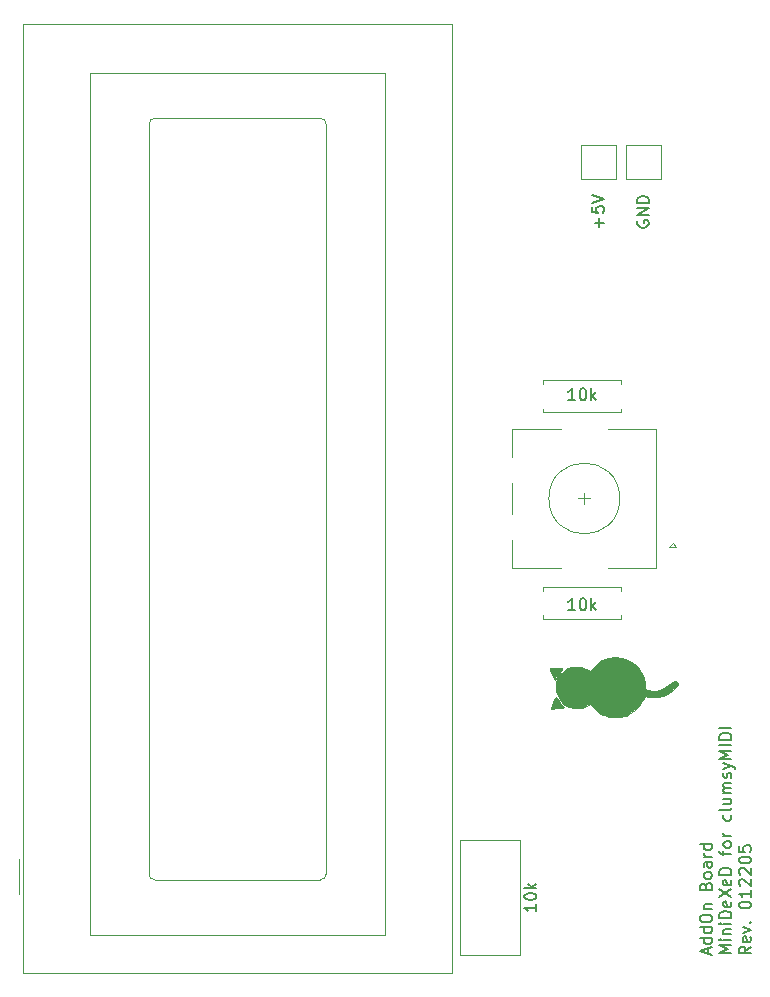
<source format=gto>
G04 #@! TF.GenerationSoftware,KiCad,Pcbnew,(5.1.10)-1*
G04 #@! TF.CreationDate,2022-06-06T19:05:23+02:00*
G04 #@! TF.ProjectId,Minidexed AddOn,4d696e69-6465-4786-9564-204164644f6e,rev?*
G04 #@! TF.SameCoordinates,Original*
G04 #@! TF.FileFunction,Legend,Top*
G04 #@! TF.FilePolarity,Positive*
%FSLAX46Y46*%
G04 Gerber Fmt 4.6, Leading zero omitted, Abs format (unit mm)*
G04 Created by KiCad (PCBNEW (5.1.10)-1) date 2022-06-06 19:05:23*
%MOMM*%
%LPD*%
G01*
G04 APERTURE LIST*
%ADD10C,0.200000*%
%ADD11C,0.150000*%
%ADD12C,0.010000*%
%ADD13C,0.120000*%
G04 APERTURE END LIST*
D10*
X63635000Y124285D02*
X63587380Y29047D01*
X63587380Y-113809D01*
X63635000Y-256666D01*
X63730238Y-351904D01*
X63825476Y-399523D01*
X64015952Y-447142D01*
X64158809Y-447142D01*
X64349285Y-399523D01*
X64444523Y-351904D01*
X64539761Y-256666D01*
X64587380Y-113809D01*
X64587380Y-18571D01*
X64539761Y124285D01*
X64492142Y171904D01*
X64158809Y171904D01*
X64158809Y-18571D01*
X64587380Y600476D02*
X63587380Y600476D01*
X64587380Y1171904D01*
X63587380Y1171904D01*
X64587380Y1648095D02*
X63587380Y1648095D01*
X63587380Y1886190D01*
X63635000Y2029047D01*
X63730238Y2124285D01*
X63825476Y2171904D01*
X64015952Y2219523D01*
X64158809Y2219523D01*
X64349285Y2171904D01*
X64444523Y2124285D01*
X64539761Y2029047D01*
X64587380Y1886190D01*
X64587380Y1648095D01*
X60396428Y-399523D02*
X60396428Y362380D01*
X60777380Y-18571D02*
X60015476Y-18571D01*
X59777380Y1314761D02*
X59777380Y838571D01*
X60253571Y790952D01*
X60205952Y838571D01*
X60158333Y933809D01*
X60158333Y1171904D01*
X60205952Y1267142D01*
X60253571Y1314761D01*
X60348809Y1362380D01*
X60586904Y1362380D01*
X60682142Y1314761D01*
X60729761Y1267142D01*
X60777380Y1171904D01*
X60777380Y933809D01*
X60729761Y838571D01*
X60682142Y790952D01*
X59777380Y1648095D02*
X60777380Y1981428D01*
X59777380Y2314761D01*
D11*
X69636666Y-61942023D02*
X69636666Y-61465833D01*
X69922380Y-62037261D02*
X68922380Y-61703928D01*
X69922380Y-61370595D01*
X69922380Y-60608690D02*
X68922380Y-60608690D01*
X69874761Y-60608690D02*
X69922380Y-60703928D01*
X69922380Y-60894404D01*
X69874761Y-60989642D01*
X69827142Y-61037261D01*
X69731904Y-61084880D01*
X69446190Y-61084880D01*
X69350952Y-61037261D01*
X69303333Y-60989642D01*
X69255714Y-60894404D01*
X69255714Y-60703928D01*
X69303333Y-60608690D01*
X69922380Y-59703928D02*
X68922380Y-59703928D01*
X69874761Y-59703928D02*
X69922380Y-59799166D01*
X69922380Y-59989642D01*
X69874761Y-60084880D01*
X69827142Y-60132500D01*
X69731904Y-60180119D01*
X69446190Y-60180119D01*
X69350952Y-60132500D01*
X69303333Y-60084880D01*
X69255714Y-59989642D01*
X69255714Y-59799166D01*
X69303333Y-59703928D01*
X68922380Y-59037261D02*
X68922380Y-58846785D01*
X68970000Y-58751547D01*
X69065238Y-58656309D01*
X69255714Y-58608690D01*
X69589047Y-58608690D01*
X69779523Y-58656309D01*
X69874761Y-58751547D01*
X69922380Y-58846785D01*
X69922380Y-59037261D01*
X69874761Y-59132500D01*
X69779523Y-59227738D01*
X69589047Y-59275357D01*
X69255714Y-59275357D01*
X69065238Y-59227738D01*
X68970000Y-59132500D01*
X68922380Y-59037261D01*
X69255714Y-58180119D02*
X69922380Y-58180119D01*
X69350952Y-58180119D02*
X69303333Y-58132500D01*
X69255714Y-58037261D01*
X69255714Y-57894404D01*
X69303333Y-57799166D01*
X69398571Y-57751547D01*
X69922380Y-57751547D01*
X69398571Y-56180119D02*
X69446190Y-56037261D01*
X69493809Y-55989642D01*
X69589047Y-55942023D01*
X69731904Y-55942023D01*
X69827142Y-55989642D01*
X69874761Y-56037261D01*
X69922380Y-56132500D01*
X69922380Y-56513452D01*
X68922380Y-56513452D01*
X68922380Y-56180119D01*
X68970000Y-56084880D01*
X69017619Y-56037261D01*
X69112857Y-55989642D01*
X69208095Y-55989642D01*
X69303333Y-56037261D01*
X69350952Y-56084880D01*
X69398571Y-56180119D01*
X69398571Y-56513452D01*
X69922380Y-55370595D02*
X69874761Y-55465833D01*
X69827142Y-55513452D01*
X69731904Y-55561071D01*
X69446190Y-55561071D01*
X69350952Y-55513452D01*
X69303333Y-55465833D01*
X69255714Y-55370595D01*
X69255714Y-55227738D01*
X69303333Y-55132500D01*
X69350952Y-55084880D01*
X69446190Y-55037261D01*
X69731904Y-55037261D01*
X69827142Y-55084880D01*
X69874761Y-55132500D01*
X69922380Y-55227738D01*
X69922380Y-55370595D01*
X69922380Y-54180119D02*
X69398571Y-54180119D01*
X69303333Y-54227738D01*
X69255714Y-54322976D01*
X69255714Y-54513452D01*
X69303333Y-54608690D01*
X69874761Y-54180119D02*
X69922380Y-54275357D01*
X69922380Y-54513452D01*
X69874761Y-54608690D01*
X69779523Y-54656309D01*
X69684285Y-54656309D01*
X69589047Y-54608690D01*
X69541428Y-54513452D01*
X69541428Y-54275357D01*
X69493809Y-54180119D01*
X69922380Y-53703928D02*
X69255714Y-53703928D01*
X69446190Y-53703928D02*
X69350952Y-53656309D01*
X69303333Y-53608690D01*
X69255714Y-53513452D01*
X69255714Y-53418214D01*
X69922380Y-52656309D02*
X68922380Y-52656309D01*
X69874761Y-52656309D02*
X69922380Y-52751547D01*
X69922380Y-52942023D01*
X69874761Y-53037261D01*
X69827142Y-53084880D01*
X69731904Y-53132500D01*
X69446190Y-53132500D01*
X69350952Y-53084880D01*
X69303333Y-53037261D01*
X69255714Y-52942023D01*
X69255714Y-52751547D01*
X69303333Y-52656309D01*
X71572380Y-61894404D02*
X70572380Y-61894404D01*
X71286666Y-61561071D01*
X70572380Y-61227738D01*
X71572380Y-61227738D01*
X71572380Y-60751547D02*
X70905714Y-60751547D01*
X70572380Y-60751547D02*
X70620000Y-60799166D01*
X70667619Y-60751547D01*
X70620000Y-60703928D01*
X70572380Y-60751547D01*
X70667619Y-60751547D01*
X70905714Y-60275357D02*
X71572380Y-60275357D01*
X71000952Y-60275357D02*
X70953333Y-60227738D01*
X70905714Y-60132500D01*
X70905714Y-59989642D01*
X70953333Y-59894404D01*
X71048571Y-59846785D01*
X71572380Y-59846785D01*
X71572380Y-59370595D02*
X70905714Y-59370595D01*
X70572380Y-59370595D02*
X70620000Y-59418214D01*
X70667619Y-59370595D01*
X70620000Y-59322976D01*
X70572380Y-59370595D01*
X70667619Y-59370595D01*
X71572380Y-58894404D02*
X70572380Y-58894404D01*
X70572380Y-58656309D01*
X70620000Y-58513452D01*
X70715238Y-58418214D01*
X70810476Y-58370595D01*
X71000952Y-58322976D01*
X71143809Y-58322976D01*
X71334285Y-58370595D01*
X71429523Y-58418214D01*
X71524761Y-58513452D01*
X71572380Y-58656309D01*
X71572380Y-58894404D01*
X71524761Y-57513452D02*
X71572380Y-57608690D01*
X71572380Y-57799166D01*
X71524761Y-57894404D01*
X71429523Y-57942023D01*
X71048571Y-57942023D01*
X70953333Y-57894404D01*
X70905714Y-57799166D01*
X70905714Y-57608690D01*
X70953333Y-57513452D01*
X71048571Y-57465833D01*
X71143809Y-57465833D01*
X71239047Y-57942023D01*
X70572380Y-57132500D02*
X71572380Y-56465833D01*
X70572380Y-56465833D02*
X71572380Y-57132500D01*
X71524761Y-55703928D02*
X71572380Y-55799166D01*
X71572380Y-55989642D01*
X71524761Y-56084880D01*
X71429523Y-56132500D01*
X71048571Y-56132500D01*
X70953333Y-56084880D01*
X70905714Y-55989642D01*
X70905714Y-55799166D01*
X70953333Y-55703928D01*
X71048571Y-55656309D01*
X71143809Y-55656309D01*
X71239047Y-56132500D01*
X71572380Y-55227738D02*
X70572380Y-55227738D01*
X70572380Y-54989642D01*
X70620000Y-54846785D01*
X70715238Y-54751547D01*
X70810476Y-54703928D01*
X71000952Y-54656309D01*
X71143809Y-54656309D01*
X71334285Y-54703928D01*
X71429523Y-54751547D01*
X71524761Y-54846785D01*
X71572380Y-54989642D01*
X71572380Y-55227738D01*
X70905714Y-53608690D02*
X70905714Y-53227738D01*
X71572380Y-53465833D02*
X70715238Y-53465833D01*
X70620000Y-53418214D01*
X70572380Y-53322976D01*
X70572380Y-53227738D01*
X71572380Y-52751547D02*
X71524761Y-52846785D01*
X71477142Y-52894404D01*
X71381904Y-52942023D01*
X71096190Y-52942023D01*
X71000952Y-52894404D01*
X70953333Y-52846785D01*
X70905714Y-52751547D01*
X70905714Y-52608690D01*
X70953333Y-52513452D01*
X71000952Y-52465833D01*
X71096190Y-52418214D01*
X71381904Y-52418214D01*
X71477142Y-52465833D01*
X71524761Y-52513452D01*
X71572380Y-52608690D01*
X71572380Y-52751547D01*
X71572380Y-51989642D02*
X70905714Y-51989642D01*
X71096190Y-51989642D02*
X71000952Y-51942023D01*
X70953333Y-51894404D01*
X70905714Y-51799166D01*
X70905714Y-51703928D01*
X71524761Y-50180119D02*
X71572380Y-50275357D01*
X71572380Y-50465833D01*
X71524761Y-50561071D01*
X71477142Y-50608690D01*
X71381904Y-50656309D01*
X71096190Y-50656309D01*
X71000952Y-50608690D01*
X70953333Y-50561071D01*
X70905714Y-50465833D01*
X70905714Y-50275357D01*
X70953333Y-50180119D01*
X71572380Y-49608690D02*
X71524761Y-49703928D01*
X71429523Y-49751547D01*
X70572380Y-49751547D01*
X70905714Y-48799166D02*
X71572380Y-48799166D01*
X70905714Y-49227738D02*
X71429523Y-49227738D01*
X71524761Y-49180119D01*
X71572380Y-49084880D01*
X71572380Y-48942023D01*
X71524761Y-48846785D01*
X71477142Y-48799166D01*
X71572380Y-48322976D02*
X70905714Y-48322976D01*
X71000952Y-48322976D02*
X70953333Y-48275357D01*
X70905714Y-48180119D01*
X70905714Y-48037261D01*
X70953333Y-47942023D01*
X71048571Y-47894404D01*
X71572380Y-47894404D01*
X71048571Y-47894404D02*
X70953333Y-47846785D01*
X70905714Y-47751547D01*
X70905714Y-47608690D01*
X70953333Y-47513452D01*
X71048571Y-47465833D01*
X71572380Y-47465833D01*
X71524761Y-47037261D02*
X71572380Y-46942023D01*
X71572380Y-46751547D01*
X71524761Y-46656309D01*
X71429523Y-46608690D01*
X71381904Y-46608690D01*
X71286666Y-46656309D01*
X71239047Y-46751547D01*
X71239047Y-46894404D01*
X71191428Y-46989642D01*
X71096190Y-47037261D01*
X71048571Y-47037261D01*
X70953333Y-46989642D01*
X70905714Y-46894404D01*
X70905714Y-46751547D01*
X70953333Y-46656309D01*
X70905714Y-46275357D02*
X71572380Y-46037261D01*
X70905714Y-45799166D02*
X71572380Y-46037261D01*
X71810476Y-46132500D01*
X71858095Y-46180119D01*
X71905714Y-46275357D01*
X71572380Y-45418214D02*
X70572380Y-45418214D01*
X71286666Y-45084880D01*
X70572380Y-44751547D01*
X71572380Y-44751547D01*
X71572380Y-44275357D02*
X70572380Y-44275357D01*
X71572380Y-43799166D02*
X70572380Y-43799166D01*
X70572380Y-43561071D01*
X70620000Y-43418214D01*
X70715238Y-43322976D01*
X70810476Y-43275357D01*
X71000952Y-43227738D01*
X71143809Y-43227738D01*
X71334285Y-43275357D01*
X71429523Y-43322976D01*
X71524761Y-43418214D01*
X71572380Y-43561071D01*
X71572380Y-43799166D01*
X71572380Y-42799166D02*
X70572380Y-42799166D01*
X73222380Y-61322976D02*
X72746190Y-61656309D01*
X73222380Y-61894404D02*
X72222380Y-61894404D01*
X72222380Y-61513452D01*
X72270000Y-61418214D01*
X72317619Y-61370595D01*
X72412857Y-61322976D01*
X72555714Y-61322976D01*
X72650952Y-61370595D01*
X72698571Y-61418214D01*
X72746190Y-61513452D01*
X72746190Y-61894404D01*
X73174761Y-60513452D02*
X73222380Y-60608690D01*
X73222380Y-60799166D01*
X73174761Y-60894404D01*
X73079523Y-60942023D01*
X72698571Y-60942023D01*
X72603333Y-60894404D01*
X72555714Y-60799166D01*
X72555714Y-60608690D01*
X72603333Y-60513452D01*
X72698571Y-60465833D01*
X72793809Y-60465833D01*
X72889047Y-60942023D01*
X72555714Y-60132500D02*
X73222380Y-59894404D01*
X72555714Y-59656309D01*
X73127142Y-59275357D02*
X73174761Y-59227738D01*
X73222380Y-59275357D01*
X73174761Y-59322976D01*
X73127142Y-59275357D01*
X73222380Y-59275357D01*
X72222380Y-57846785D02*
X72222380Y-57751547D01*
X72270000Y-57656309D01*
X72317619Y-57608690D01*
X72412857Y-57561071D01*
X72603333Y-57513452D01*
X72841428Y-57513452D01*
X73031904Y-57561071D01*
X73127142Y-57608690D01*
X73174761Y-57656309D01*
X73222380Y-57751547D01*
X73222380Y-57846785D01*
X73174761Y-57942023D01*
X73127142Y-57989642D01*
X73031904Y-58037261D01*
X72841428Y-58084880D01*
X72603333Y-58084880D01*
X72412857Y-58037261D01*
X72317619Y-57989642D01*
X72270000Y-57942023D01*
X72222380Y-57846785D01*
X73222380Y-56561071D02*
X73222380Y-57132500D01*
X73222380Y-56846785D02*
X72222380Y-56846785D01*
X72365238Y-56942023D01*
X72460476Y-57037261D01*
X72508095Y-57132500D01*
X72317619Y-56180119D02*
X72270000Y-56132500D01*
X72222380Y-56037261D01*
X72222380Y-55799166D01*
X72270000Y-55703928D01*
X72317619Y-55656309D01*
X72412857Y-55608690D01*
X72508095Y-55608690D01*
X72650952Y-55656309D01*
X73222380Y-56227738D01*
X73222380Y-55608690D01*
X72317619Y-55227738D02*
X72270000Y-55180119D01*
X72222380Y-55084880D01*
X72222380Y-54846785D01*
X72270000Y-54751547D01*
X72317619Y-54703928D01*
X72412857Y-54656309D01*
X72508095Y-54656309D01*
X72650952Y-54703928D01*
X73222380Y-55275357D01*
X73222380Y-54656309D01*
X72222380Y-54037261D02*
X72222380Y-53942023D01*
X72270000Y-53846785D01*
X72317619Y-53799166D01*
X72412857Y-53751547D01*
X72603333Y-53703928D01*
X72841428Y-53703928D01*
X73031904Y-53751547D01*
X73127142Y-53799166D01*
X73174761Y-53846785D01*
X73222380Y-53942023D01*
X73222380Y-54037261D01*
X73174761Y-54132500D01*
X73127142Y-54180119D01*
X73031904Y-54227738D01*
X72841428Y-54275357D01*
X72603333Y-54275357D01*
X72412857Y-54227738D01*
X72317619Y-54180119D01*
X72270000Y-54132500D01*
X72222380Y-54037261D01*
X72222380Y-52799166D02*
X72222380Y-53275357D01*
X72698571Y-53322976D01*
X72650952Y-53275357D01*
X72603333Y-53180119D01*
X72603333Y-52942023D01*
X72650952Y-52846785D01*
X72698571Y-52799166D01*
X72793809Y-52751547D01*
X73031904Y-52751547D01*
X73127142Y-52799166D01*
X73174761Y-52846785D01*
X73222380Y-52942023D01*
X73222380Y-53180119D01*
X73174761Y-53275357D01*
X73127142Y-53322976D01*
D12*
G36*
X56765533Y-38913025D02*
G01*
X56914561Y-38525471D01*
X57177268Y-38178126D01*
X57210178Y-38144542D01*
X57487088Y-37905945D01*
X57770374Y-37755275D01*
X58106590Y-37672491D01*
X58368159Y-37646068D01*
X58643677Y-37635346D01*
X58845634Y-37653258D01*
X59032923Y-37710330D01*
X59229864Y-37800079D01*
X59608673Y-37985413D01*
X59832629Y-37715800D01*
X60203667Y-37366538D01*
X60660043Y-37092163D01*
X61167167Y-36908506D01*
X61690445Y-36831398D01*
X61768282Y-36830000D01*
X62296320Y-36890906D01*
X62794219Y-37063263D01*
X63245702Y-37331534D01*
X63634491Y-37680178D01*
X63944310Y-38093658D01*
X64158880Y-38556434D01*
X64261923Y-39052968D01*
X64268684Y-39216929D01*
X64278029Y-39404668D01*
X64327592Y-39510304D01*
X64449664Y-39585185D01*
X64519124Y-39615147D01*
X64887435Y-39698912D01*
X65297429Y-39668378D01*
X65730591Y-39528607D01*
X66168404Y-39284664D01*
X66419623Y-39095402D01*
X66640034Y-38926740D01*
X66796237Y-38849530D01*
X66913485Y-38855886D01*
X66995842Y-38915474D01*
X67069092Y-39045928D01*
X67035022Y-39196483D01*
X66888000Y-39381028D01*
X66758553Y-39500663D01*
X66272667Y-39850998D01*
X65765772Y-40083949D01*
X65253744Y-40192800D01*
X65104211Y-40200224D01*
X64832845Y-40195258D01*
X64585606Y-40177069D01*
X64428508Y-40152155D01*
X64313381Y-40129598D01*
X64233134Y-40150562D01*
X64159707Y-40238650D01*
X64065041Y-40417465D01*
X64031221Y-40486366D01*
X63754047Y-40919326D01*
X63379867Y-41308428D01*
X62945126Y-41617699D01*
X62815895Y-41685877D01*
X62619189Y-41774608D01*
X62443821Y-41830164D01*
X62247432Y-41860089D01*
X61987661Y-41871923D01*
X61762105Y-41873487D01*
X61438856Y-41869561D01*
X61206295Y-41852584D01*
X61021526Y-41814758D01*
X60841658Y-41748284D01*
X60692632Y-41679046D01*
X60414538Y-41513994D01*
X60122723Y-41293215D01*
X59939758Y-41125235D01*
X59587937Y-40765863D01*
X59405021Y-40894180D01*
X59015417Y-41087078D01*
X58568652Y-41163965D01*
X58321863Y-41157131D01*
X57848612Y-41052718D01*
X57441640Y-40839850D01*
X57113451Y-40532458D01*
X56876544Y-40144479D01*
X56743421Y-39689844D01*
X56718462Y-39370000D01*
X56765533Y-38913025D01*
G37*
X56765533Y-38913025D02*
X56914561Y-38525471D01*
X57177268Y-38178126D01*
X57210178Y-38144542D01*
X57487088Y-37905945D01*
X57770374Y-37755275D01*
X58106590Y-37672491D01*
X58368159Y-37646068D01*
X58643677Y-37635346D01*
X58845634Y-37653258D01*
X59032923Y-37710330D01*
X59229864Y-37800079D01*
X59608673Y-37985413D01*
X59832629Y-37715800D01*
X60203667Y-37366538D01*
X60660043Y-37092163D01*
X61167167Y-36908506D01*
X61690445Y-36831398D01*
X61768282Y-36830000D01*
X62296320Y-36890906D01*
X62794219Y-37063263D01*
X63245702Y-37331534D01*
X63634491Y-37680178D01*
X63944310Y-38093658D01*
X64158880Y-38556434D01*
X64261923Y-39052968D01*
X64268684Y-39216929D01*
X64278029Y-39404668D01*
X64327592Y-39510304D01*
X64449664Y-39585185D01*
X64519124Y-39615147D01*
X64887435Y-39698912D01*
X65297429Y-39668378D01*
X65730591Y-39528607D01*
X66168404Y-39284664D01*
X66419623Y-39095402D01*
X66640034Y-38926740D01*
X66796237Y-38849530D01*
X66913485Y-38855886D01*
X66995842Y-38915474D01*
X67069092Y-39045928D01*
X67035022Y-39196483D01*
X66888000Y-39381028D01*
X66758553Y-39500663D01*
X66272667Y-39850998D01*
X65765772Y-40083949D01*
X65253744Y-40192800D01*
X65104211Y-40200224D01*
X64832845Y-40195258D01*
X64585606Y-40177069D01*
X64428508Y-40152155D01*
X64313381Y-40129598D01*
X64233134Y-40150562D01*
X64159707Y-40238650D01*
X64065041Y-40417465D01*
X64031221Y-40486366D01*
X63754047Y-40919326D01*
X63379867Y-41308428D01*
X62945126Y-41617699D01*
X62815895Y-41685877D01*
X62619189Y-41774608D01*
X62443821Y-41830164D01*
X62247432Y-41860089D01*
X61987661Y-41871923D01*
X61762105Y-41873487D01*
X61438856Y-41869561D01*
X61206295Y-41852584D01*
X61021526Y-41814758D01*
X60841658Y-41748284D01*
X60692632Y-41679046D01*
X60414538Y-41513994D01*
X60122723Y-41293215D01*
X59939758Y-41125235D01*
X59587937Y-40765863D01*
X59405021Y-40894180D01*
X59015417Y-41087078D01*
X58568652Y-41163965D01*
X58321863Y-41157131D01*
X57848612Y-41052718D01*
X57441640Y-40839850D01*
X57113451Y-40532458D01*
X56876544Y-40144479D01*
X56743421Y-39689844D01*
X56718462Y-39370000D01*
X56765533Y-38913025D01*
G36*
X56355838Y-40932706D02*
G01*
X56440666Y-40700645D01*
X56459997Y-40653703D01*
X56561489Y-40428284D01*
X56649463Y-40263477D01*
X56708415Y-40187481D01*
X56717244Y-40185808D01*
X56775770Y-40243658D01*
X56886610Y-40377804D01*
X57025540Y-40556161D01*
X57168341Y-40746644D01*
X57290791Y-40917168D01*
X57368670Y-41035650D01*
X57383947Y-41068959D01*
X57322774Y-41087896D01*
X57161047Y-41112797D01*
X56931456Y-41138786D01*
X56887978Y-41142965D01*
X56638432Y-41162492D01*
X56439343Y-41170971D01*
X56329507Y-41166860D01*
X56323973Y-41165379D01*
X56314626Y-41096325D01*
X56355838Y-40932706D01*
G37*
X56355838Y-40932706D02*
X56440666Y-40700645D01*
X56459997Y-40653703D01*
X56561489Y-40428284D01*
X56649463Y-40263477D01*
X56708415Y-40187481D01*
X56717244Y-40185808D01*
X56775770Y-40243658D01*
X56886610Y-40377804D01*
X57025540Y-40556161D01*
X57168341Y-40746644D01*
X57290791Y-40917168D01*
X57368670Y-41035650D01*
X57383947Y-41068959D01*
X57322774Y-41087896D01*
X57161047Y-41112797D01*
X56931456Y-41138786D01*
X56887978Y-41142965D01*
X56638432Y-41162492D01*
X56439343Y-41170971D01*
X56329507Y-41166860D01*
X56323973Y-41165379D01*
X56314626Y-41096325D01*
X56355838Y-40932706D01*
G36*
X56286229Y-37711911D02*
G01*
X56407829Y-37696259D01*
X56611949Y-37698163D01*
X56717181Y-37698948D01*
X57006033Y-37705900D01*
X57176612Y-37728312D01*
X57243681Y-37768517D01*
X57245971Y-37782500D01*
X57208371Y-37873805D01*
X57112277Y-38042372D01*
X56976273Y-38256234D01*
X56933426Y-38320093D01*
X56625174Y-38774133D01*
X56464704Y-38386935D01*
X56336385Y-38082632D01*
X56258522Y-37883256D01*
X56239132Y-37766963D01*
X56286229Y-37711911D01*
G37*
X56286229Y-37711911D02*
X56407829Y-37696259D01*
X56611949Y-37698163D01*
X56717181Y-37698948D01*
X57006033Y-37705900D01*
X57176612Y-37728312D01*
X57243681Y-37768517D01*
X57245971Y-37782500D01*
X57208371Y-37873805D01*
X57112277Y-38042372D01*
X56976273Y-38256234D01*
X56933426Y-38320093D01*
X56625174Y-38774133D01*
X56464704Y-38386935D01*
X56336385Y-38082632D01*
X56258522Y-37883256D01*
X56239132Y-37766963D01*
X56286229Y-37711911D01*
D13*
X62685000Y6530000D02*
X65585000Y6530000D01*
X65585000Y6530000D02*
X65585000Y3630000D01*
X65585000Y3630000D02*
X62685000Y3630000D01*
X62685000Y3630000D02*
X62685000Y6530000D01*
X58875000Y6530000D02*
X61775000Y6530000D01*
X61775000Y6530000D02*
X61775000Y3630000D01*
X61775000Y3630000D02*
X58875000Y3630000D01*
X58875000Y3630000D02*
X58875000Y6530000D01*
X62130000Y-23380000D02*
G75*
G03*
X62130000Y-23380000I-3000000J0D01*
G01*
X57130000Y-29280000D02*
X53030000Y-29280000D01*
X53030000Y-17480000D02*
X57130000Y-17480000D01*
X61130000Y-17480000D02*
X65230000Y-17480000D01*
X61130000Y-29280000D02*
X65230000Y-29280000D01*
X65230000Y-29280000D02*
X65230000Y-17480000D01*
X66630000Y-27180000D02*
X66930000Y-27480000D01*
X66930000Y-27480000D02*
X66330000Y-27480000D01*
X66330000Y-27480000D02*
X66630000Y-27180000D01*
X53030000Y-29280000D02*
X53030000Y-26880000D01*
X53030000Y-24680000D02*
X53030000Y-22080000D01*
X53030000Y-19880000D02*
X53030000Y-17480000D01*
X59130000Y-23880000D02*
X59130000Y-22880000D01*
X59630000Y-23380000D02*
X58630000Y-23380000D01*
X62210000Y-33600000D02*
X62210000Y-33270000D01*
X55670000Y-33600000D02*
X62210000Y-33600000D01*
X55670000Y-33270000D02*
X55670000Y-33600000D01*
X62210000Y-30860000D02*
X62210000Y-31190000D01*
X55670000Y-30860000D02*
X62210000Y-30860000D01*
X55670000Y-31190000D02*
X55670000Y-30860000D01*
X62210000Y-16100000D02*
X62210000Y-15770000D01*
X55670000Y-16100000D02*
X62210000Y-16100000D01*
X55670000Y-15770000D02*
X55670000Y-16100000D01*
X62210000Y-13360000D02*
X62210000Y-13690000D01*
X55670000Y-13360000D02*
X62210000Y-13360000D01*
X55670000Y-13690000D02*
X55670000Y-13360000D01*
X53660000Y-62035000D02*
X48590000Y-62035000D01*
X53660000Y-52265000D02*
X48590000Y-52265000D01*
X48590000Y-52265000D02*
X48590000Y-62035000D01*
X53660000Y-52265000D02*
X53660000Y-62035000D01*
X42270000Y-60380000D02*
X17270000Y-60380000D01*
X42270000Y12620000D02*
X42270000Y-60380000D01*
X17270000Y12620000D02*
X42270000Y12620000D01*
X17270000Y-60380000D02*
X17270000Y12620000D01*
X22770000Y8820000D02*
X36770000Y8820000D01*
X37270000Y8320660D02*
X37270000Y-55180000D01*
X36769320Y-55679720D02*
X22770000Y-55679720D01*
X22270000Y-55180000D02*
X22270000Y8320000D01*
X11270000Y-56880000D02*
X11270000Y-53880000D01*
X11630000Y-63510000D02*
X11630000Y-62720000D01*
X11630000Y-63520000D02*
X47910000Y-63520000D01*
X11630000Y16760000D02*
X11630000Y-62720000D01*
X47910000Y16760000D02*
X11630000Y16760000D01*
X47910000Y-63520000D02*
X47910000Y16760000D01*
X22268460Y-55179340D02*
G75*
G03*
X22768840Y-55679720I500380J0D01*
G01*
X36769320Y-55679720D02*
G75*
G03*
X37269700Y-55179340I0J500380D01*
G01*
X37269700Y8320660D02*
G75*
G03*
X36769320Y8821040I-500380J0D01*
G01*
X22770000Y8820000D02*
G75*
G03*
X22270000Y8320000I0J-500000D01*
G01*
D11*
X58344761Y-32837380D02*
X57773333Y-32837380D01*
X58059047Y-32837380D02*
X58059047Y-31837380D01*
X57963809Y-31980238D01*
X57868571Y-32075476D01*
X57773333Y-32123095D01*
X58963809Y-31837380D02*
X59059047Y-31837380D01*
X59154285Y-31885000D01*
X59201904Y-31932619D01*
X59249523Y-32027857D01*
X59297142Y-32218333D01*
X59297142Y-32456428D01*
X59249523Y-32646904D01*
X59201904Y-32742142D01*
X59154285Y-32789761D01*
X59059047Y-32837380D01*
X58963809Y-32837380D01*
X58868571Y-32789761D01*
X58820952Y-32742142D01*
X58773333Y-32646904D01*
X58725714Y-32456428D01*
X58725714Y-32218333D01*
X58773333Y-32027857D01*
X58820952Y-31932619D01*
X58868571Y-31885000D01*
X58963809Y-31837380D01*
X59725714Y-32837380D02*
X59725714Y-31837380D01*
X59820952Y-32456428D02*
X60106666Y-32837380D01*
X60106666Y-32170714D02*
X59725714Y-32551666D01*
X58344761Y-15057380D02*
X57773333Y-15057380D01*
X58059047Y-15057380D02*
X58059047Y-14057380D01*
X57963809Y-14200238D01*
X57868571Y-14295476D01*
X57773333Y-14343095D01*
X58963809Y-14057380D02*
X59059047Y-14057380D01*
X59154285Y-14105000D01*
X59201904Y-14152619D01*
X59249523Y-14247857D01*
X59297142Y-14438333D01*
X59297142Y-14676428D01*
X59249523Y-14866904D01*
X59201904Y-14962142D01*
X59154285Y-15009761D01*
X59059047Y-15057380D01*
X58963809Y-15057380D01*
X58868571Y-15009761D01*
X58820952Y-14962142D01*
X58773333Y-14866904D01*
X58725714Y-14676428D01*
X58725714Y-14438333D01*
X58773333Y-14247857D01*
X58820952Y-14152619D01*
X58868571Y-14105000D01*
X58963809Y-14057380D01*
X59725714Y-15057380D02*
X59725714Y-14057380D01*
X59820952Y-14676428D02*
X60106666Y-15057380D01*
X60106666Y-14390714D02*
X59725714Y-14771666D01*
X55062380Y-57745238D02*
X55062380Y-58316666D01*
X55062380Y-58030952D02*
X54062380Y-58030952D01*
X54205238Y-58126190D01*
X54300476Y-58221428D01*
X54348095Y-58316666D01*
X54062380Y-57126190D02*
X54062380Y-57030952D01*
X54110000Y-56935714D01*
X54157619Y-56888095D01*
X54252857Y-56840476D01*
X54443333Y-56792857D01*
X54681428Y-56792857D01*
X54871904Y-56840476D01*
X54967142Y-56888095D01*
X55014761Y-56935714D01*
X55062380Y-57030952D01*
X55062380Y-57126190D01*
X55014761Y-57221428D01*
X54967142Y-57269047D01*
X54871904Y-57316666D01*
X54681428Y-57364285D01*
X54443333Y-57364285D01*
X54252857Y-57316666D01*
X54157619Y-57269047D01*
X54110000Y-57221428D01*
X54062380Y-57126190D01*
X55062380Y-56364285D02*
X54062380Y-56364285D01*
X54681428Y-56269047D02*
X55062380Y-55983333D01*
X54395714Y-55983333D02*
X54776666Y-56364285D01*
M02*

</source>
